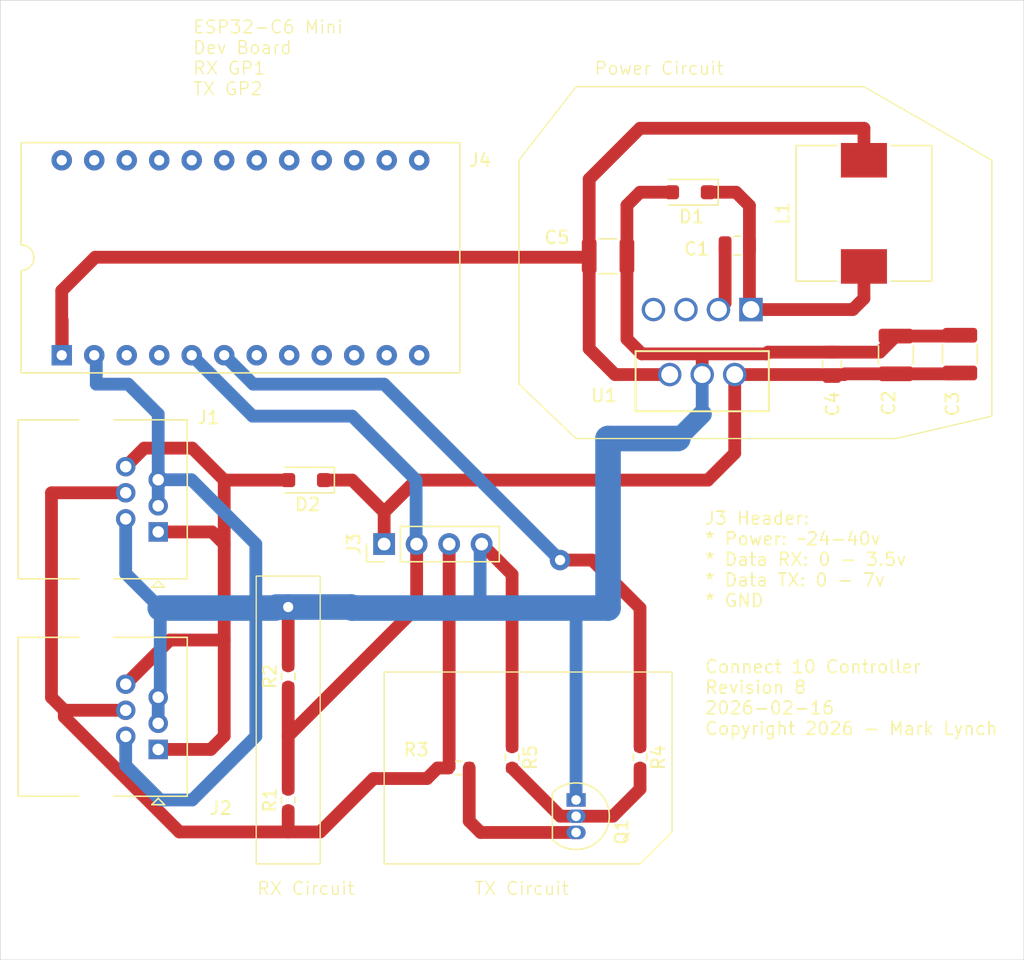
<source format=kicad_pcb>
(kicad_pcb (version 20241229) (generator "pcbnew") (generator_version "9.0")
  (title_block (title "Connect 10 Controller") (date "2026-02-16") (rev "Revision 8") (company "Copyright 2026 - Mark Lynch"))
  (layers (0 "F.Cu" signal) (2 "B.Cu" signal) (13 "F.Paste" user) (15 "B.Paste" user) (5 "F.SilkS" user "F.Silkscreen") (7 "B.SilkS" user "B.Silkscreen") (1 "F.Mask" user) (3 "B.Mask" user) (25 "Edge.Cuts" user))
  (net 0 "")
  (net 1 "Net-(U1-CB)")
  (net 2 "Net-(D1-K)")
  (net 3 "+24V (from connector)")
  (net 4 "Net-(Q1-B)")
  (net 5 "Net-(Q1-C)")
  (net 6 "GND (from connector)")
  (net 9 "+5V (from buck power)")
  (net 10 "Net-(D2-K)")
  (net 11 "Net-(J3-Pin_3)")
  (net 12 "Net-(J3-Pin_2)")
  (net 27 "Net-(J4-Pin_6)")
  (footprint "Capacitor_SMD:C_0805_2012Metric" (layer "F.Cu") (at 120 50.95 90)
    (property "Reference" "C4" (at -3.100702 0.049875 90) (layer "F.SilkS"))
    (property "Value" "100nF/50v")
    (fp_line (start -0.261252 -0.735) (end 0.261252 -0.735) (stroke (width 0.12)) (layer "F.SilkS"))
    (fp_line (start -0.261252 0.735) (end 0.261252 0.735) (stroke (width 0.12)) (layer "F.SilkS"))
    (pad "1" smd roundrect (at -0.95 0 90) (size 1 1.45) (layers "F.Cu" "F.Mask" "F.Paste") (net 10 "Net-(D2-K)"))
    (pad "2" smd roundrect (at 0.95 0 90) (size 1 1.45) (layers "F.Cu" "F.Mask" "F.Paste") (net 6 "GND (from connector)"))
  )
  (footprint "Capacitor_SMD:C_0805_2012Metric" (layer "F.Cu") (at 112.6 41.67 180)
    (property "Reference" "C1" (at 3.172677 -0.257671 0) (layer "F.SilkS"))
    (property "Value" "10nF")
    (fp_line (start -0.261252 0.735) (end 0.261252 0.735) (stroke (width 0.12)) (layer "F.SilkS"))
    (fp_line (start -0.261252 -0.735) (end 0.261252 -0.735) (stroke (width 0.12)) (layer "F.SilkS"))
    (pad "1" smd roundrect (at -0.95 0 180) (size 1 1.45) (layers "F.Cu" "F.Mask" "F.Paste") (net 2 "Net-(D1-K)"))
    (pad "2" smd roundrect (at 0.95 0 180) (size 1 1.45) (layers "F.Cu" "F.Mask" "F.Paste") (net 1 "Net-(U1-CB)"))
  )
  (footprint "MountingHole:MountingHole_2.5mm" (layer "F.Cu") (at 62.5 27.5)
    (property "Reference" "REF**" (hide yes))
    (property "Value" "Mounting 2.5mm")
    (pad "" np_thru_hole circle (at 0 0) (size 2.5 2.5) (drill 2.5) (layers "*.Cu" "*.Mask"))
  )
  (footprint "TA07B:TA07B" (layer "F.Cu") (at 106.05 57.8714 180)
    (property "Reference" "U1" (at 3.870012 4.481301 0) (layer "F.SilkS"))
    (property "Value" "LM2678T-5.0/NOPB")
    (fp_line (start 1.397 7.9502) (end 1.397 3.2512) (stroke (width 0.1524)) (layer "F.SilkS"))
    (fp_line (start 1.397 3.2512) (end -9.017 3.2512) (stroke (width 0.1524)) (layer "F.SilkS"))
    (fp_line (start -9.017 7.9502) (end 1.397 7.9502) (stroke (width 0.1524)) (layer "F.SilkS"))
    (fp_line (start -9.017 3.2512) (end -9.017 7.9502) (stroke (width 0.1524)) (layer "F.SilkS"))
    (pad "1" thru_hole rect (at -7.62 11.2014 180) (size 1.8288 1.8288) (drill 1.3208) (layers "*.Cu" "*.Mask") (net 2 "Net-(D1-K)"))
    (pad "2" thru_hole circle (at -6.35 6.1214 180) (size 1.8288 1.8288) (drill 1.3208) (layers "*.Cu" "*.Mask") (net 10 "Net-(D2-K)"))
    (pad "3" thru_hole circle (at -5.08 11.2014 180) (size 1.8288 1.8288) (drill 1.3208) (layers "*.Cu" "*.Mask") (net 1 "Net-(U1-CB)"))
    (pad "4" thru_hole circle (at -3.81 6.1214 180) (size 1.8288 1.8288) (drill 1.3208) (layers "*.Cu" "*.Mask") (net 6 "GND (from connector)"))
    (pad "5" thru_hole circle (at -2.54 11.2014 180) (size 1.8288 1.8288) (drill 1.3208) (layers "*.Cu" "*.Mask"))
    (pad "6" thru_hole circle (at -1.27 6.1214 180) (size 1.8288 1.8288) (drill 1.3208) (layers "*.Cu" "*.Mask") (net 9 "+5V (from buck power)"))
    (pad "7" thru_hole circle (at 0 11.2014 180) (size 1.8288 1.8288) (drill 1.3208) (layers "*.Cu" "*.Mask"))
  )
  (footprint "Resistor_SMD:R_0603_1608Metric" (layer "F.Cu") (at 77.5 85 90)
    (property "Reference" "R1" (at 0 -1.43 90) (layer "F.SilkS"))
    (property "Value" "R100k")
    (fp_line (start -0.237258 -0.5225) (end 0.237258 -0.5225) (stroke (width 0.12)) (layer "F.SilkS"))
    (fp_line (start -0.237258 0.5225) (end 0.237258 0.5225) (stroke (width 0.12)) (layer "F.SilkS"))
    (pad "1" smd roundrect (at -0.825 0 90) (size 0.8 0.95) (layers "F.Cu" "F.Mask" "F.Paste") (net 11 "Net-(J3-Pin_3)"))
    (pad "2" smd roundrect (at 0.825 0 90) (size 0.8 0.95) (layers "F.Cu" "F.Mask" "F.Paste") (net 12 "Net-(J3-Pin_2)"))
  )
  (footprint "Resistor_SMD:R_0603_1608Metric" (layer "F.Cu") (at 95 81.675 -90)
    (property "Reference" "R5" (at 0 -1.43 90) (layer "F.SilkS"))
    (property "Value" "R10k")
    (fp_line (start -0.237258 0.5225) (end 0.237258 0.5225) (stroke (width 0.12)) (layer "F.SilkS"))
    (fp_line (start -0.237258 -0.5225) (end 0.237258 -0.5225) (stroke (width 0.12)) (layer "F.SilkS"))
    (pad "1" smd roundrect (at -0.825 0 270) (size 0.8 0.95) (layers "F.Cu" "F.Mask" "F.Paste") (net 6 "GND (from connector)"))
    (pad "2" smd roundrect (at 0.825 0 270) (size 0.8 0.95) (layers "F.Cu" "F.Mask" "F.Paste") (net 4 "Net-(Q1-B)"))
  )
  (footprint "Capacitor_SMD:C_1210_3225Metric" (layer "F.Cu") (at 125 50.217653 90)
    (property "Reference" "C2" (at -3.752035 -0.575366 90) (layer "F.SilkS"))
    (property "Value" "C 10uF/63v")
    (fp_line (start -0.711252 -1.36) (end 0.711252 -1.36) (stroke (width 0.12)) (layer "F.SilkS"))
    (fp_line (start -0.711252 1.36) (end 0.711252 1.36) (stroke (width 0.12)) (layer "F.SilkS"))
    (pad "1" smd roundrect (at -1.475 0 90) (size 1.15 2.7) (layers "F.Cu" "F.Mask" "F.Paste") (roundrect_rratio 0.217391) (net 10 "Net-(D2-K)"))
    (pad "2" smd roundrect (at 1.475 0 90) (size 1.15 2.7) (layers "F.Cu" "F.Mask" "F.Paste") (roundrect_rratio 0.217391) (net 6 "GND (from connector)"))
  )
  (footprint "MountingHole:MountingHole_2.5mm" (layer "F.Cu") (at 127.5 27.5)
    (property "Reference" "REF**" (hide yes))
    (property "Value" "Mounting 2.5mm")
    (pad "" np_thru_hole circle (at 0 0) (size 2.5 2.5) (drill 2.5) (layers "*.Cu" "*.Mask"))
  )
  (footprint "Diode_SMD:D_SOD-123F" (layer "F.Cu") (at 78.9 60 180)
    (property "Reference" "D2" (at -0.127 -1.905 0) (layer "F.SilkS"))
    (property "Value" "D 6TQ045S")
    (fp_line (start -2.21 1) (end 1.65 1) (stroke (width 0.12)) (layer "F.SilkS"))
    (fp_line (start -2.21 -1) (end 1.65 -1) (stroke (width 0.12)) (layer "F.SilkS"))
    (fp_line (start -2.21 -1) (end -2.21 1) (stroke (width 0.12)) (layer "F.SilkS"))
    (pad "1" smd roundrect (at -1.4 0 180) (size 1.1 1.1) (layers "F.Cu" "F.Mask" "F.Paste") (roundrect_rratio 0.2272727273) (net 10 "Net-(D2-K)"))
    (pad "2" smd roundrect (at 1.4 0 180) (size 1.1 1.1) (layers "F.Cu" "F.Mask" "F.Paste") (roundrect_rratio 0.2272727273) (net 3 "+24V (from connector)"))
  )
  (footprint "Inductor_SMD:L_10.4x10.4_H4.8" (layer "F.Cu") (at 122.5 39.15 90)
    (property "Reference" "L1" (at 0 -6.35 90) (layer "F.SilkS"))
    (property "Value" "L 120uH")
    (fp_line (start 5.3 -5.3) (end 5.3 -2.1) (stroke (width 0.12)) (layer "F.SilkS"))
    (fp_line (start -5.3 -5.3) (end 5.3 -5.3) (stroke (width 0.12)) (layer "F.SilkS"))
    (fp_line (start -5.3 -2.1) (end -5.3 -5.3) (stroke (width 0.12)) (layer "F.SilkS"))
    (fp_line (start 5.3 2.1) (end 5.3 5.3) (stroke (width 0.12)) (layer "F.SilkS"))
    (fp_line (start 5.3 5.3) (end -5.3 5.3) (stroke (width 0.12)) (layer "F.SilkS"))
    (fp_line (start -5.3 5.3) (end -5.3 2.1) (stroke (width 0.12)) (layer "F.SilkS"))
    (pad "1" smd rect (at -4.15 0 90) (size 2.7 3.6) (layers "F.Cu" "F.Mask" "F.Paste") (net 2 "Net-(D1-K)"))
    (pad "2" smd rect (at 4.15 0 90) (size 2.7 3.6) (layers "F.Cu" "F.Mask" "F.Paste") (net 9 "+5V (from buck power)"))
  )
  (footprint "Connector_RJ:RJ25_Wayconn_MJEA-660X1_Horizontal" (layer "F.Cu") (at 67.34 81.05 -90)
    (property "Reference" "J2" (at 4.591303 -4.893321 180) (layer "F.SilkS"))
    (property "Value" "RJ12")
    (fp_line (start -8.76 10.95) (end 3.66 10.95) (stroke (width 0.12)) (layer "F.SilkS"))
    (fp_line (start -8.76 6.22) (end -8.76 10.95) (stroke (width 0.12)) (layer "F.SilkS"))
    (fp_line (start 3.66 6.22) (end 3.66 10.95) (stroke (width 0.12)) (layer "F.SilkS"))
    (fp_line (start 3.82 0) (end 4.32 0.5) (stroke (width 0.12)) (layer "F.SilkS"))
    (fp_line (start 4.32 -0.5) (end 4.32 0.5) (stroke (width 0.12)) (layer "F.SilkS"))
    (fp_line (start 4.32 -0.5) (end 3.82 0) (stroke (width 0.12)) (layer "F.SilkS"))
    (fp_line (start -8.76 -2.27) (end -8.76 3.47) (stroke (width 0.12)) (layer "F.SilkS"))
    (fp_line (start -8.76 -2.27) (end 3.66 -2.27) (stroke (width 0.12)) (layer "F.SilkS"))
    (fp_line (start 3.66 -2.27) (end 3.66 3.47) (stroke (width 0.12)) (layer "F.SilkS"))
    (pad "" np_thru_hole circle (at -8.55 4.84 270) (size 2.3 2.3) (drill 2.3) (layers "*.Cu" "*.Mask"))
    (pad "" np_thru_hole circle (at 3.45 4.84 270) (size 2.3 2.3) (drill 2.3) (layers "*.Cu" "*.Mask"))
    (pad "1" thru_hole rect (at 0 0 270) (size 1.52 1.52) (drill 0.9) (layers "*.Cu" "*.Mask") (net 3 "+24V (from connector)"))
    (pad "2" thru_hole circle (at -1.02 2.54 270) (size 1.52 1.52) (drill 0.9) (layers "*.Cu" "*.Mask") (net 6 "GND (from connector)"))
    (pad "3" thru_hole circle (at -2.04 0 270) (size 1.52 1.52) (drill 0.9) (layers "*.Cu" "*.Mask") (net 6 "GND (from connector)"))
    (pad "4" thru_hole circle (at -3.06 2.54 270) (size 1.52 1.52) (drill 0.9) (layers "*.Cu" "*.Mask") (net 11 "Net-(J3-Pin_3)"))
    (pad "5" thru_hole circle (at -4.08 0 270) (size 1.52 1.52) (drill 0.9) (layers "*.Cu" "*.Mask") (net 6 "GND (from connector)"))
    (pad "6" thru_hole circle (at -5.1 2.54 270) (size 1.52 1.52) (drill 0.9) (layers "*.Cu" "*.Mask") (net 3 "+24V (from connector)"))
  )
  (footprint "MountingHole:MountingHole_2.5mm" (layer "F.Cu") (at 127.5 92.5)
    (property "Reference" "REF**" (hide yes))
    (property "Value" "Mounting 2.5mm")
    (pad "" np_thru_hole circle (at 0 0) (size 2.5 2.5) (drill 2.5) (layers "*.Cu" "*.Mask"))
  )
  (footprint "Capacitor_SMD:C_1210_3225Metric" (layer "F.Cu") (at 102.5 42.5)
    (property "Reference" "C5" (at -3.992703 -1.465161 0) (layer "F.SilkS"))
    (property "Value" "C 47uF/16v")
    (fp_line (start -0.711252 -1.36) (end 0.711252 -1.36) (stroke (width 0.12)) (layer "F.SilkS"))
    (fp_line (start -0.711252 1.36) (end 0.711252 1.36) (stroke (width 0.12)) (layer "F.SilkS"))
    (pad "1" smd roundrect (at -1.475 0) (size 1.15 2.7) (layers "F.Cu" "F.Mask" "F.Paste") (roundrect_rratio 0.217391) (net 9 "+5V (from buck power)"))
    (pad "2" smd roundrect (at 1.475 0) (size 1.15 2.7) (layers "F.Cu" "F.Mask" "F.Paste") (roundrect_rratio 0.217391) (net 6 "GND (from connector)"))
  )
  (footprint "Resistor_SMD:R_0603_1608Metric" (layer "F.Cu") (at 90.825 82.5)
    (property "Reference" "R3" (at -3.325 -1.43 0) (layer "F.SilkS"))
    (property "Value" "R470")
    (fp_line (start -0.237258 -0.5225) (end 0.237258 -0.5225) (stroke (width 0.12)) (layer "F.SilkS"))
    (fp_line (start -0.237258 0.5225) (end 0.237258 0.5225) (stroke (width 0.12)) (layer "F.SilkS"))
    (pad "1" smd roundrect (at -0.825 0) (size 0.8 0.95) (layers "F.Cu" "F.Mask" "F.Paste") (net 11 "Net-(J3-Pin_3)"))
    (pad "2" smd roundrect (at 0.825 0) (size 0.8 0.95) (layers "F.Cu" "F.Mask" "F.Paste") (net 5 "Net-(Q1-C)"))
  )
  (footprint "Connector_PinHeader_2.54mm:PinHeader_1x04_P2.54mm_Vertical" (layer "F.Cu") (at 85 65 90)
    (property "Reference" "J3" (at 0 -2.38 90) (layer "F.SilkS"))
    (property "Value" "Header")
    (fp_line (start -1.38 -1.38) (end 0 -1.38) (stroke (width 0.12)) (layer "F.SilkS"))
    (fp_line (start -1.38 0) (end -1.38 -1.38) (stroke (width 0.12)) (layer "F.SilkS"))
    (fp_line (start 1.38 1.27) (end 1.38 9) (stroke (width 0.12)) (layer "F.SilkS"))
    (fp_line (start -1.38 1.27) (end 1.38 1.27) (stroke (width 0.12)) (layer "F.SilkS"))
    (fp_line (start -1.38 1.27) (end -1.38 9) (stroke (width 0.12)) (layer "F.SilkS"))
    (fp_line (start -1.38 9) (end 1.38 9) (stroke (width 0.12)) (layer "F.SilkS"))
    (pad "1" thru_hole rect (at 0 0 90) (size 1.7 1.7) (drill 1) (layers "*.Cu" "*.Mask") (net 10 "Net-(D2-K)"))
    (pad "2" thru_hole circle (at 0 2.54 90) (size 1.7 1.7) (drill 1) (layers "*.Cu" "*.Mask") (net 12 "Net-(J3-Pin_2)"))
    (pad "3" thru_hole circle (at 0 5.08 90) (size 1.7 1.7) (drill 1) (layers "*.Cu" "*.Mask") (net 11 "Net-(J3-Pin_3)"))
    (pad "4" thru_hole circle (at 0 7.62 90) (size 1.7 1.7) (drill 1) (layers "*.Cu" "*.Mask") (net 6 "GND (from connector)"))
  )
  (footprint "Diode_SMD:D_SOD-123F" (layer "F.Cu") (at 108.9 37.5 180)
    (property "Reference" "D1" (at -0.127 -1.905 0) (layer "F.SilkS"))
    (property "Value" "D 6TQ045S")
    (fp_line (start -2.21 1) (end 1.65 1) (stroke (width 0.12)) (layer "F.SilkS"))
    (fp_line (start -2.21 -1) (end 1.65 -1) (stroke (width 0.12)) (layer "F.SilkS"))
    (fp_line (start -2.21 -1) (end -2.21 1) (stroke (width 0.12)) (layer "F.SilkS"))
    (pad "1" smd roundrect (at -1.4 0 180) (size 1.1 1.1) (layers "F.Cu" "F.Mask" "F.Paste") (roundrect_rratio 0.2272727273) (net 2 "Net-(D1-K)"))
    (pad "2" smd roundrect (at 1.4 0 180) (size 1.1 1.1) (layers "F.Cu" "F.Mask" "F.Paste") (roundrect_rratio 0.2272727273) (net 6 "GND (from connector)"))
  )
  (footprint "Capacitor_SMD:C_1210_3225Metric" (layer "F.Cu") (at 130 50.15177 90)
    (property "Reference" "C3" (at -3.898932 -0.5795 90) (layer "F.SilkS"))
    (property "Value" "C 10uF/63v")
    (fp_line (start -0.711252 -1.36) (end 0.711252 -1.36) (stroke (width 0.12)) (layer "F.SilkS"))
    (fp_line (start -0.711252 1.36) (end 0.711252 1.36) (stroke (width 0.12)) (layer "F.SilkS"))
    (pad "1" smd roundrect (at -1.475 0 90) (size 1.15 2.7) (layers "F.Cu" "F.Mask" "F.Paste") (roundrect_rratio 0.217391) (net 10 "Net-(D2-K)"))
    (pad "2" smd roundrect (at 1.475 0 90) (size 1.15 2.7) (layers "F.Cu" "F.Mask" "F.Paste") (roundrect_rratio 0.217391) (net 6 "GND (from connector)"))
  )
  (footprint "MountingHole:MountingHole_2.5mm" (layer "F.Cu") (at 62.5 92.5)
    (property "Reference" "REF**" (hide yes))
    (property "Value" "Mounting 2.5mm")
    (pad "" np_thru_hole circle (at 0 0) (size 2.5 2.5) (drill 2.5) (layers "*.Cu" "*.Mask"))
  )
  (footprint "Resistor_SMD:R_0603_1608Metric" (layer "F.Cu") (at 77.5 75.345 90)
    (property "Reference" "R2" (at 0 -1.43 90) (layer "F.SilkS"))
    (property "Value" "R100k")
    (fp_line (start -0.237258 -0.5225) (end 0.237258 -0.5225) (stroke (width 0.12)) (layer "F.SilkS"))
    (fp_line (start -0.237258 0.5225) (end 0.237258 0.5225) (stroke (width 0.12)) (layer "F.SilkS"))
    (pad "1" smd roundrect (at -0.825 0 90) (size 0.8 0.95) (layers "F.Cu" "F.Mask" "F.Paste") (net 12 "Net-(J3-Pin_2)"))
    (pad "2" smd roundrect (at 0.825 0 90) (size 0.8 0.95) (layers "F.Cu" "F.Mask" "F.Paste") (net 6 "GND (from connector)"))
  )
  (footprint "Connector_RJ:RJ25_Wayconn_MJEA-660X1_Horizontal" (layer "F.Cu") (at 67.34 64.05 -90)
    (property "Reference" "J1" (at -8.938139 -3.925157 0) (layer "F.SilkS"))
    (property "Value" "RJ12")
    (fp_line (start -8.76 10.95) (end 3.66 10.95) (stroke (width 0.12)) (layer "F.SilkS"))
    (fp_line (start -8.76 6.22) (end -8.76 10.95) (stroke (width 0.12)) (layer "F.SilkS"))
    (fp_line (start 3.66 6.22) (end 3.66 10.95) (stroke (width 0.12)) (layer "F.SilkS"))
    (fp_line (start 3.82 0) (end 4.32 0.5) (stroke (width 0.12)) (layer "F.SilkS"))
    (fp_line (start 4.32 -0.5) (end 4.32 0.5) (stroke (width 0.12)) (layer "F.SilkS"))
    (fp_line (start 4.32 -0.5) (end 3.82 0) (stroke (width 0.12)) (layer "F.SilkS"))
    (fp_line (start -8.76 -2.27) (end -8.76 3.47) (stroke (width 0.12)) (layer "F.SilkS"))
    (fp_line (start -8.76 -2.27) (end 3.66 -2.27) (stroke (width 0.12)) (layer "F.SilkS"))
    (fp_line (start 3.66 -2.27) (end 3.66 3.47) (stroke (width 0.12)) (layer "F.SilkS"))
    (pad "" np_thru_hole circle (at -8.55 4.84 270) (size 2.3 2.3) (drill 2.3) (layers "*.Cu" "*.Mask"))
    (pad "" np_thru_hole circle (at 3.45 4.84 270) (size 2.3 2.3) (drill 2.3) (layers "*.Cu" "*.Mask"))
    (pad "1" thru_hole rect (at 0 0 270) (size 1.52 1.52) (drill 0.9) (layers "*.Cu" "*.Mask") (net 3 "+24V (from connector)"))
    (pad "2" thru_hole circle (at -1.02 2.54 270) (size 1.52 1.52) (drill 0.9) (layers "*.Cu" "*.Mask") (net 6 "GND (from connector)"))
    (pad "3" thru_hole circle (at -2.04 0 270) (size 1.52 1.52) (drill 0.9) (layers "*.Cu" "*.Mask") (net 6 "GND (from connector)"))
    (pad "4" thru_hole circle (at -3.06 2.54 270) (size 1.52 1.52) (drill 0.9) (layers "*.Cu" "*.Mask") (net 11 "Net-(J3-Pin_3)"))
    (pad "5" thru_hole circle (at -4.08 0 270) (size 1.52 1.52) (drill 0.9) (layers "*.Cu" "*.Mask") (net 6 "GND (from connector)"))
    (pad "6" thru_hole circle (at -5.1 2.54 270) (size 1.52 1.52) (drill 0.9) (layers "*.Cu" "*.Mask") (net 3 "+24V (from connector)"))
  )
  (footprint "Resistor_SMD:R_0603_1608Metric" (layer "F.Cu") (at 105 81.675 -90)
    (property "Reference" "R4" (at 0 -1.43 90) (layer "F.SilkS"))
    (property "Value" "R10k")
    (fp_line (start -0.237258 0.5225) (end 0.237258 0.5225) (stroke (width 0.12)) (layer "F.SilkS"))
    (fp_line (start -0.237258 -0.5225) (end 0.237258 -0.5225) (stroke (width 0.12)) (layer "F.SilkS"))
    (pad "1" smd roundrect (at -0.825 0 270) (size 0.8 0.95) (layers "F.Cu" "F.Mask" "F.Paste") (net 27 "Net-(J4-Pin_6)"))
    (pad "2" smd roundrect (at 0.825 0 270) (size 0.8 0.95) (layers "F.Cu" "F.Mask" "F.Paste") (net 4 "Net-(Q1-B)"))
  )
  (footprint "Package_TO_SOT_THT:TO-92_Inline" (layer "F.Cu") (at 100 85 -90)
    (property "Reference" "Q1" (at 2.5 -3.56 90) (layer "F.SilkS"))
    (property "Value" "2N3904")
    (fp_line (start -0.53 1.85) (end 3.07 1.85) (stroke (width 0.12)) (layer "F.SilkS"))
    (fp_arc (start -0.568478 1.838478) (mid -1.132087 -0.994977) (end 1.27 -2.6) (stroke (width 0.12)) (layer "F.SilkS"))
    (fp_arc (start 1.27 -2.6) (mid 3.672087 -0.994977) (end 3.108478 1.838478) (stroke (width 0.12)) (layer "F.SilkS"))
    (pad "1" thru_hole rect (at 0 0 270) (size 1.05 1.5) (drill 0.75) (layers "*.Cu" "*.Mask") (net 6 "GND (from connector)"))
    (pad "2" thru_hole oval (at 1.27 0 270) (size 1.05 1.5) (drill 0.75) (layers "*.Cu" "*.Mask") (net 4 "Net-(Q1-B)"))
    (pad "3" thru_hole oval (at 2.54 0 270) (size 1.05 1.5) (drill 0.75) (layers "*.Cu" "*.Mask") (net 5 "Net-(Q1-C)"))
  )
  (footprint "Package_DIP:DIP-24_18.0mmx34.29mm_W15.24mm_Socket" (layer "F.Cu") (at 59.8 50.24 90)
    (property "Reference" "J4" (at 15.24 32.7 0) (layer "F.SilkS"))
    (property "Value" "Conn_02x12_Counter_Clockwise")
    (fp_line (start 16.62 -3.175) (end 8.62 -3.175) (stroke (width 0.12)) (layer "F.SilkS"))
    (fp_line (start 6.62 -3.175) (end -1.38 -3.175) (stroke (width 0.12)) (layer "F.SilkS"))
    (fp_line (start -1.38 -3.175) (end -1.38 31.115) (stroke (width 0.12)) (layer "F.SilkS"))
    (fp_line (start 16.62 31.115) (end 16.62 -3.175) (stroke (width 0.12)) (layer "F.SilkS"))
    (fp_line (start -1.38 31.115) (end 16.62 31.115) (stroke (width 0.12)) (layer "F.SilkS"))
    (fp_arc (start 8.62 -3.175) (mid 7.62 -2.175) (end 6.62 -3.175) (stroke (width 0.12)) (layer "F.SilkS"))
    (pad "1" thru_hole rect (at 0 0 90) (size 1.6 1.6) (drill 0.8) (layers "*.Cu" "*.Mask") (net 9 "+5V (from buck power)"))
    (pad "2" thru_hole oval (at 0 2.54 90) (size 1.6 1.6) (drill 0.8) (layers "*.Cu" "*.Mask") (net 6 "GND (from connector)"))
    (pad "3" thru_hole oval (at 0 5.08 90) (size 1.6 1.6) (drill 0.8) (layers "*.Cu" "*.Mask"))
    (pad "4" thru_hole oval (at 0 7.62 90) (size 1.6 1.6) (drill 0.8) (layers "*.Cu" "*.Mask"))
    (pad "5" thru_hole oval (at 0 10.16 90) (size 1.6 1.6) (drill 0.8) (layers "*.Cu" "*.Mask") (net 12 "Net-(J3-Pin_2)"))
    (pad "6" thru_hole oval (at 0 12.7 90) (size 1.6 1.6) (drill 0.8) (layers "*.Cu" "*.Mask") (net 27 "Net-(J4-Pin_6)"))
    (pad "7" thru_hole oval (at 0 15.24 90) (size 1.6 1.6) (drill 0.8) (layers "*.Cu" "*.Mask"))
    (pad "8" thru_hole oval (at 0 17.78 90) (size 1.6 1.6) (drill 0.8) (layers "*.Cu" "*.Mask"))
    (pad "9" thru_hole oval (at 0 20.32 90) (size 1.6 1.6) (drill 0.8) (layers "*.Cu" "*.Mask"))
    (pad "10" thru_hole oval (at 0 22.86 90) (size 1.6 1.6) (drill 0.8) (layers "*.Cu" "*.Mask"))
    (pad "11" thru_hole oval (at 0 25.4 90) (size 1.6 1.6) (drill 0.8) (layers "*.Cu" "*.Mask"))
    (pad "12" thru_hole oval (at 0 27.94 90) (size 1.6 1.6) (drill 0.8) (layers "*.Cu" "*.Mask"))
    (pad "13" thru_hole oval (at 15.24 27.94 90) (size 1.6 1.6) (drill 0.8) (layers "*.Cu" "*.Mask"))
    (pad "14" thru_hole oval (at 15.24 25.4 90) (size 1.6 1.6) (drill 0.8) (layers "*.Cu" "*.Mask"))
    (pad "15" thru_hole oval (at 15.24 22.86 90) (size 1.6 1.6) (drill 0.8) (layers "*.Cu" "*.Mask"))
    (pad "16" thru_hole oval (at 15.24 20.32 90) (size 1.6 1.6) (drill 0.8) (layers "*.Cu" "*.Mask"))
    (pad "17" thru_hole oval (at 15.24 17.78 90) (size 1.6 1.6) (drill 0.8) (layers "*.Cu" "*.Mask"))
    (pad "18" thru_hole oval (at 15.24 15.24 90) (size 1.6 1.6) (drill 0.8) (layers "*.Cu" "*.Mask"))
    (pad "19" thru_hole oval (at 15.24 12.7 90) (size 1.6 1.6) (drill 0.8) (layers "*.Cu" "*.Mask"))
    (pad "20" thru_hole oval (at 15.24 10.16 90) (size 1.6 1.6) (drill 0.8) (layers "*.Cu" "*.Mask"))
    (pad "21" thru_hole oval (at 15.24 7.62 90) (size 1.6 1.6) (drill 0.8) (layers "*.Cu" "*.Mask"))
    (pad "22" thru_hole oval (at 15.24 5.08 90) (size 1.6 1.6) (drill 0.8) (layers "*.Cu" "*.Mask"))
    (pad "23" thru_hole oval (at 15.24 2.54 90) (size 1.6 1.6) (drill 0.8) (layers "*.Cu" "*.Mask"))
    (pad "24" thru_hole oval (at 15.24 0 90) (size 1.6 1.6) (drill 0.8) (layers "*.Cu" "*.Mask"))
  )
  (gr_poly (pts (xy 85 75) (xy 85 87.5) (xy 85 90) (xy 105 90) (xy 107.5 87.5) (xy 107.5 75)) (stroke (width 0.1)) (fill no) (layer "F.SilkS"))
  (gr_poly (pts (xy 75 90) (xy 80 90) (xy 80 67.5) (xy 75 67.5)) (stroke (width 0.1)) (fill no) (layer "F.SilkS"))
  (gr_poly (pts (xy 122.5 29.25) (xy 100 29.25) (xy 95.536928 35) (xy 95.536928 52.5) (xy 100 56.75) (xy 125 56.75) (xy 132.5 55) (xy 132.5 35)) (stroke (width 0.1)) (fill no) (layer "F.SilkS"))
  (gr_rect (start 55 22.5) (end 135 97.5) (stroke (width 0.05)) (fill no) (layer "Edge.Cuts"))
  (gr_text "RX Circuit" (at 75 92.5 0) (layer "F.SilkS") (effects (font (size 1 1) (thickness 0.1)) (justify left bottom)))
  (gr_text "${TITLE}\n${REVISION}\n${ISSUE_DATE}\n${COMPANY}" (at 110 80 0) (layer "F.SilkS") (effects (font (size 1 1) (thickness 0.125)) (justify left bottom)))
  (gr_text "ESP32-C6 Mini \nDev Board\nRX GP1\nTX GP2\n" (at 70 30 0) (layer "F.SilkS") (effects (font (size 1 1) (thickness 0.1)) (justify left bottom)))
  (gr_text "TX Circuit" (at 91.9775 92.5 0) (layer "F.SilkS") (effects (font (size 1 1) (thickness 0.1)) (justify left bottom)))
  (gr_text "J3 Header:\n* Power: ~24-40v\n* Data RX: 0 - 3.5v\n* Data TX: 0 - 7v\n* GND" (at 110 70 0) (layer "F.SilkS") (effects (font (size 1 1) (thickness 0.125)) (justify left bottom)))
  (gr_text "Power Circuit" (at 101.372461 28.398228 0) (layer "F.SilkS") (effects (font (size 1 1) (thickness 0.1)) (justify left bottom)))
  (segment (start 111.65 41.67) (end 111.65 46.15) (width 1) (layer "F.Cu") (net 1))
  (segment (start 111.65 46.15) (end 111.13 46.67) (width 1) (layer "F.Cu") (net 1))
  (segment (start 113.55 38.55) (end 112.5 37.5) (width 1) (layer "F.Cu") (net 2))
  (segment (start 113.67 46.67) (end 121.63 46.67) (width 1) (layer "F.Cu") (net 2))
  (segment (start 113.67 46.67) (end 113.670001 46.670001) (width 0.2) (layer "F.Cu") (net 2))
  (segment (start 121.63 46.67) (end 122.5 45.8) (width 1) (layer "F.Cu") (net 2))
  (segment (start 113.55 41.67) (end 113.55 46.55) (width 1) (layer "F.Cu") (net 2))
  (segment (start 113.55 41.67) (end 113.55 38.55) (width 1) (layer "F.Cu") (net 2))
  (segment (start 122.5 45.8) (end 122.5 43.3) (width 1) (layer "F.Cu") (net 2))
  (segment (start 113.55 46.55) (end 113.670001 46.670001) (width 1) (layer "F.Cu") (net 2))
  (segment (start 112.5 37.5) (end 110.3 37.5) (width 1) (layer "F.Cu") (net 2))
  (segment (start 68.25 72.5) (end 64.8 75.95) (width 1) (layer "F.Cu") (net 3))
  (segment (start 67.34 81.05) (end 71.45 81.05) (width 1) (layer "F.Cu") (net 3))
  (segment (start 72.5 72.5) (end 68.25 72.5) (width 1) (layer "F.Cu") (net 3))
  (segment (start 72.5 60) (end 70 57.5) (width 1) (layer "F.Cu") (net 3))
  (segment (start 72.5 60) (end 77.5 60) (width 1) (layer "F.Cu") (net 3))
  (segment (start 72.5 72.5) (end 72.5 65) (width 1) (layer "F.Cu") (net 3))
  (segment (start 72.5 80) (end 72.5 72.5) (width 1) (layer "F.Cu") (net 3))
  (segment (start 70 57.5) (end 66.25 57.5) (width 1) (layer "F.Cu") (net 3))
  (segment (start 72.5 65) (end 71.55 64.05) (width 1) (layer "F.Cu") (net 3))
  (segment (start 72.5 65) (end 72.5 60) (width 1) (layer "F.Cu") (net 3))
  (segment (start 66.25 57.5) (end 64.8 58.95) (width 1) (layer "F.Cu") (net 3))
  (segment (start 71.55 64.05) (end 67.34 64.05) (width 1) (layer "F.Cu") (net 3))
  (segment (start 71.45 81.05) (end 72.5 80) (width 1) (layer "F.Cu") (net 3))
  (segment (start 100 86.27) (end 102.88 86.27) (width 1) (layer "F.Cu") (net 4))
  (segment (start 98.77 86.27) (end 100 86.27) (width 1) (layer "F.Cu") (net 4))
  (segment (start 105 84.15) (end 105 82.5) (width 1) (layer "F.Cu") (net 4))
  (segment (start 95 82.5) (end 98.77 86.27) (width 1) (layer "F.Cu") (net 4))
  (segment (start 102.88 86.27) (end 105 84.15) (width 1) (layer "F.Cu") (net 4))
  (segment (start 92.54 87.54) (end 100 87.54) (width 1) (layer "F.Cu") (net 5))
  (segment (start 91.65 86.65) (end 92.54 87.54) (width 1) (layer "F.Cu") (net 5))
  (segment (start 91.65 82.5) (end 91.65 86.65) (width 1) (layer "F.Cu") (net 5))
  (segment (start 114.8654 50.1346) (end 115 50) (width 1) (layer "F.Cu") (net 6))
  (segment (start 129.934117 48.742653) (end 130 48.67677) (width 1) (layer "F.Cu") (net 6))
  (segment (start 120 50) (end 123.742653 50) (width 1) (layer "F.Cu") (net 6))
  (segment (start 109.6346 50.1346) (end 114.8654 50.1346) (width 1) (layer "F.Cu") (net 6))
  (segment (start 125 48.742653) (end 129.934117 48.742653) (width 1) (layer "F.Cu") (net 6))
  (segment (start 105.1346 50.1346) (end 103.975 48.975) (width 1) (layer "F.Cu") (net 6))
  (segment (start 77.5 74.52) (end 77.5 70) (width 1) (layer "F.Cu") (net 6))
  (segment (start 103.975 48.975) (end 103.975 42.5) (width 1) (layer "F.Cu") (net 6))
  (segment (start 115 50) (end 120 50) (width 1) (layer "F.Cu") (net 6))
  (segment (start 95 67.38) (end 92.62 65) (width 1) (layer "F.Cu") (net 6))
  (segment (start 103.975 38.525) (end 105 37.5) (width 1) (layer "F.Cu") (net 6))
  (segment (start 109.86 50.36) (end 109.6346 50.1346) (width 1) (layer "F.Cu") (net 6))
  (segment (start 123.742653 50) (end 125 48.742653) (width 1) (layer "F.Cu") (net 6))
  (segment (start 95 80.85) (end 95 67.38) (width 1) (layer "F.Cu") (net 6))
  (segment (start 105 37.5) (end 107.5 37.5) (width 1) (layer "F.Cu") (net 6))
  (segment (start 109.86 51.75) (end 109.86 50.36) (width 1) (layer "F.Cu") (net 6))
  (segment (start 109.6346 50.1346) (end 105.1346 50.1346) (width 1) (layer "F.Cu") (net 6))
  (segment (start 103.975 42.5) (end 103.975 38.525) (width 1) (layer "F.Cu") (net 6))
  (via (at 77.5 69.92) (size 1.6) (drill 0.8) (layers "F.Cu" "B.Cu") (net 6))
  (segment (start 67.34 76.97) (end 67.34 79.01) (width 1) (layer "B.Cu") (net 6))
  (segment (start 67.5 70) (end 67.5 76.81) (width 1) (layer "B.Cu") (net 6))
  (segment (start 77.5 69.92) (end 76.58 69.92) (width 2) (layer "B.Cu") (net 6))
  (segment (start 65 52.5) (end 62.5 52.5) (width 1) (layer "B.Cu") (net 6))
  (segment (start 67.5 85) (end 64.8 82.3) (width 1) (layer "B.Cu") (net 6))
  (segment (start 102.5 56.75) (end 107.955 56.75) (width 2) (layer "B.Cu") (net 6))
  (segment (start 109.86 54.845) (end 109.86 51.75) (width 1) (layer "B.Cu") (net 6))
  (segment (start 82.42 69.92) (end 82.5 70) (width 2) (layer "B.Cu") (net 6))
  (segment (start 69.94 59.97) (end 74.97 65) (width 1) (layer "B.Cu") (net 6))
  (segment (start 74.97 80.03) (end 70 85) (width 1) (layer "B.Cu") (net 6))
  (segment (start 67.5 76.81) (end 67.34 76.97) (width 1) (layer "B.Cu") (net 6))
  (segment (start 67.34 54.84) (end 65 52.5) (width 1) (layer "B.Cu") (net 6))
  (segment (start 62.5 50.4) (end 62.34 50.24) (width 1) (layer "B.Cu") (net 6))
  (segment (start 82.5 70) (end 102.5 70) (width 2) (layer "B.Cu") (net 6))
  (segment (start 107.955 56.75) (end 109.86 54.845) (width 1.5) (layer "B.Cu") (net 6))
  (segment (start 67.34 59.97) (end 69.94 59.97) (width 1) (layer "B.Cu") (net 6))
  (segment (start 92.5 65.12) (end 92.5 70) (width 1) (layer "B.Cu") (net 6))
  (segment (start 76.5 70) (end 67.5 70) (width 2) (layer "B.Cu") (net 6))
  (segment (start 67.34 59.97) (end 67.34 54.84) (width 1) (layer "B.Cu") (net 6))
  (segment (start 62.5 52.5) (end 62.5 50.4) (width 1) (layer "B.Cu") (net 6))
  (segment (start 100 85) (end 100 70) (width 1) (layer "B.Cu") (net 6))
  (segment (start 70 85) (end 67.5 85) (width 1) (layer "B.Cu") (net 6))
  (segment (start 77.5 69.92) (end 82.42 69.92) (width 2) (layer "B.Cu") (net 6))
  (segment (start 67.34 59.97) (end 67.34 62.01) (width 1) (layer "B.Cu") (net 6))
  (segment (start 64.8 82.3) (end 64.8 80.03) (width 1) (layer "B.Cu") (net 6))
  (segment (start 92.62 65) (end 92.5 65.12) (width 1) (layer "B.Cu") (net 6))
  (segment (start 64.8 67.3) (end 64.8 63.03) (width 1) (layer "B.Cu") (net 6))
  (segment (start 67.5 70) (end 64.8 67.3) (width 1) (layer "B.Cu") (net 6))
  (segment (start 74.97 65) (end 74.97 80.03) (width 1) (layer "B.Cu") (net 6))
  (segment (start 102.5 70) (end 102.5 56.75) (width 2) (layer "B.Cu") (net 6))
  (segment (start 76.58 69.92) (end 76.5 70) (width 0.2) (layer "B.Cu") (net 6))
  (segment (start 62.42 42.58) (end 59.8 45.2) (width 1) (layer "F.Cu") (net 9))
  (segment (start 59.84 50.2) (end 59.84 47.5) (width 1) (layer "F.Cu") (net 9))
  (segment (start 101.025 49.7325) (end 101.025 42.5) (width 1) (layer "F.Cu") (net 9))
  (segment (start 103.0425 51.75) (end 101.025 49.7325) (width 1) (layer "F.Cu") (net 9))
  (segment (start 100.945 42.58) (end 62.42 42.58) (width 1) (layer "F.Cu") (net 9))
  (segment (start 101.025 36.475) (end 105 32.5) (width 1) (layer "F.Cu") (net 9))
  (segment (start 105 32.5) (end 122.5 32.5) (width 1) (layer "F.Cu") (net 9))
  (segment (start 59.8 50.24) (end 59.84 50.2) (width 1) (layer "F.Cu") (net 9))
  (segment (start 107.32 51.75) (end 103.0425 51.75) (width 1) (layer "F.Cu") (net 9))
  (segment (start 59.8 45.2) (end 59.8 50.24) (width 1) (layer "F.Cu") (net 9))
  (segment (start 101.025 42.5) (end 100.945 42.58) (width 1) (layer "F.Cu") (net 9))
  (segment (start 122.5 32.5) (end 122.5 35) (width 1) (layer "F.Cu") (net 9))
  (segment (start 101.025 42.5) (end 101.025 36.475) (width 1) (layer "F.Cu") (net 9))
  (segment (start 85 62.5) (end 82.5 60) (width 1) (layer "F.Cu") (net 10))
  (segment (start 120.97 51.75) (end 112.4 51.75) (width 1) (layer "F.Cu") (net 10))
  (segment (start 129.934117 51.692653) (end 130 51.62677) (width 1) (layer "F.Cu") (net 10))
  (segment (start 120.97 51.75) (end 121.027347 51.692653) (width 1) (layer "F.Cu") (net 10))
  (segment (start 110.3 60) (end 112.4 57.9) (width 1) (layer "F.Cu") (net 10))
  (segment (start 112.4 57.9) (end 112.4 51.75) (width 1) (layer "F.Cu") (net 10))
  (segment (start 85 62.5) (end 87.5 60) (width 1) (layer "F.Cu") (net 10))
  (segment (start 87.5 60) (end 110.3 60) (width 1) (layer "F.Cu") (net 10))
  (segment (start 82.5 60) (end 80.3 60) (width 1) (layer "F.Cu") (net 10))
  (segment (start 85 65) (end 85 62.5) (width 1) (layer "F.Cu") (net 10))
  (segment (start 121.027347 51.692653) (end 125 51.692653) (width 1) (layer "F.Cu") (net 10))
  (segment (start 125 51.692653) (end 129.934117 51.692653) (width 1) (layer "F.Cu") (net 10))
  (segment (start 90.08 82.42) (end 90 82.5) (width 1) (layer "F.Cu") (net 11))
  (segment (start 80 87.5) (end 77.5 87.5) (width 1) (layer "F.Cu") (net 11))
  (segment (start 89.175 82.5) (end 88.35 83.325) (width 1) (layer "F.Cu") (net 11))
  (segment (start 84.175 83.325) (end 80 87.5) (width 1) (layer "F.Cu") (net 11))
  (segment (start 90 82.5) (end 89.175 82.5) (width 1) (layer "F.Cu") (net 11))
  (segment (start 69 87.5) (end 77.5 87.5) (width 1) (layer "F.Cu") (net 11))
  (segment (start 59.01 60.99) (end 64.8 60.99) (width 1) (layer "F.Cu") (net 11))
  (segment (start 77.5 87.5) (end 77.5 85.825) (width 1) (layer "F.Cu") (net 11))
  (segment (start 58.999 76.989) (end 60 77.99) (width 1) (layer "F.Cu") (net 11))
  (segment (start 58.999 61.001) (end 58.999 76.989) (width 1) (layer "F.Cu") (net 11))
  (segment (start 59.01 60.99) (end 58.999 61.001) (width 1) (layer "F.Cu") (net 11))
  (segment (start 60 77.99) (end 64.8 77.99) (width 1) (layer "F.Cu") (net 11))
  (segment (start 60 77.99) (end 60 78.5) (width 1) (layer "F.Cu") (net 11))
  (segment (start 90.08 65) (end 90.08 82.42) (width 1) (layer "F.Cu") (net 11))
  (segment (start 88.35 83.325) (end 84.175 83.325) (width 1) (layer "F.Cu") (net 11))
  (segment (start 60 78.5) (end 69 87.5) (width 1) (layer "F.Cu") (net 11))
  (segment (start 87.54 65) (end 87.54 69.96) (width 1) (layer "F.Cu") (net 12))
  (segment (start 77.5 80) (end 77.5 76.17) (width 1) (layer "F.Cu") (net 12))
  (segment (start 77.5 80) (end 77.5 84.175) (width 1) (layer "F.Cu") (net 12))
  (segment (start 87.54 69.96) (end 77.5 80) (width 1) (layer "F.Cu") (net 12))
  (segment (start 87.5 60) (end 82.5 55) (width 1) (layer "B.Cu") (net 12))
  (segment (start 87.5 64.96) (end 87.5 60) (width 1) (layer "B.Cu") (net 12))
  (segment (start 87.54 65) (end 87.5 64.96) (width 1) (layer "B.Cu") (net 12))
  (segment (start 74.72 55) (end 69.96 50.24) (width 1) (layer "B.Cu") (net 12))
  (segment (start 82.5 55) (end 74.72 55) (width 1) (layer "B.Cu") (net 12))
  (segment (start 105 70) (end 101.25 66.25) (width 1) (layer "F.Cu") (net 27))
  (segment (start 101.25 66.25) (end 98.75 66.25) (width 1) (layer "F.Cu") (net 27))
  (segment (start 105 80.85) (end 105 70) (width 1) (layer "F.Cu") (net 27))
  (via (at 98.75 66.25) (size 1.6) (drill 0.8) (layers "F.Cu" "B.Cu") (net 27))
  (segment (start 74.76 52.5) (end 85 52.5) (width 1) (layer "B.Cu") (net 27))
  (segment (start 85 52.5) (end 98.75 66.25) (width 1) (layer "B.Cu") (net 27))
  (segment (start 72.5 50.24) (end 74.76 52.5) (width 1) (layer "B.Cu") (net 27))
)
</source>
